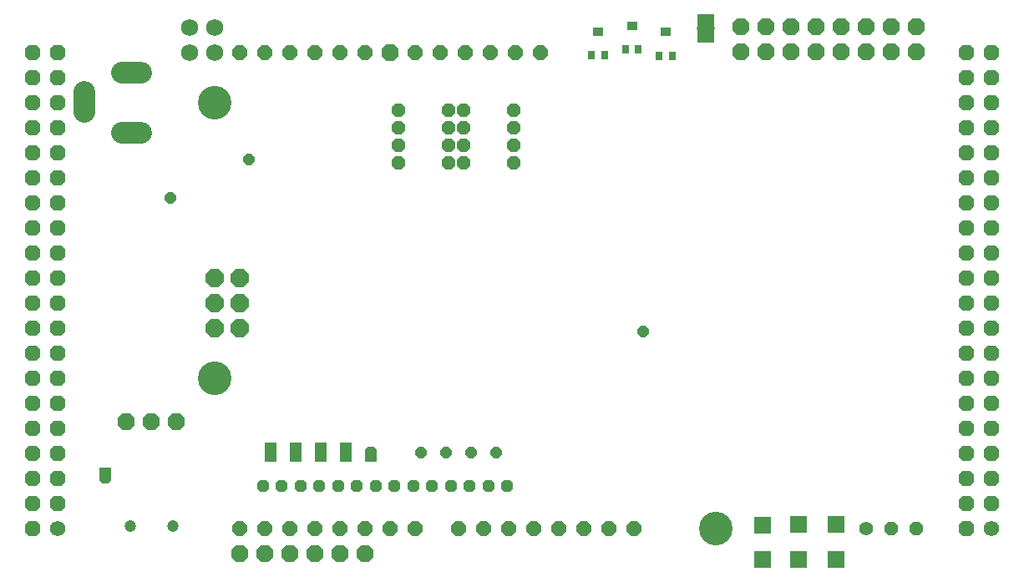
<source format=gts>
G75*
G70*
%OFA0B0*%
%FSLAX24Y24*%
%IPPOS*%
%LPD*%
%AMOC8*
5,1,8,0,0,1.08239X$1,22.5*
%
%ADD10OC8,0.0580*%
%ADD11C,0.1340*%
%ADD12C,0.0620*%
%ADD13OC8,0.0620*%
%ADD14C,0.0867*%
%ADD15R,0.0434X0.0356*%
%ADD16R,0.0316X0.0356*%
%ADD17OC8,0.0680*%
%ADD18OC8,0.0740*%
%ADD19R,0.0671X0.0671*%
%ADD20C,0.0680*%
%ADD21OC8,0.0560*%
%ADD22OC8,0.0434*%
%ADD23C,0.0552*%
%ADD24OC8,0.0552*%
%ADD25R,0.0710X0.0540*%
%ADD26R,0.0720X0.0060*%
%ADD27C,0.0474*%
%ADD28OC8,0.0480*%
%ADD29R,0.0500X0.0300*%
D10*
X009083Y002354D03*
X010083Y002354D03*
X011083Y002354D03*
X012083Y002354D03*
X013083Y002354D03*
X014083Y002354D03*
X015083Y002354D03*
X016083Y002354D03*
X017833Y002354D03*
X018833Y002354D03*
X019833Y002354D03*
X020833Y002354D03*
X021833Y002354D03*
X022833Y002354D03*
X023833Y002354D03*
X024833Y002354D03*
X021083Y021354D03*
X020083Y021354D03*
X019083Y021354D03*
X018083Y021354D03*
X017083Y021354D03*
X016083Y021354D03*
X014083Y021354D03*
X013083Y021354D03*
X012083Y021354D03*
X011083Y021354D03*
X010083Y021354D03*
X009083Y021354D03*
D11*
X008083Y019354D03*
X008083Y008354D03*
X028083Y002354D03*
D12*
X039083Y002354D03*
X001833Y002354D03*
D13*
X000833Y002354D03*
X000833Y003354D03*
X001833Y003354D03*
X001833Y004354D03*
X000833Y004354D03*
X000833Y005354D03*
X001833Y005354D03*
X001833Y006354D03*
X000833Y006354D03*
X000833Y007354D03*
X001833Y007354D03*
X001833Y008354D03*
X000833Y008354D03*
X000833Y009354D03*
X001833Y009354D03*
X001833Y010354D03*
X000833Y010354D03*
X000833Y011354D03*
X001833Y011354D03*
X001833Y012354D03*
X000833Y012354D03*
X000833Y013354D03*
X001833Y013354D03*
X001833Y014354D03*
X000833Y014354D03*
X000833Y015354D03*
X001833Y015354D03*
X001833Y016354D03*
X000833Y016354D03*
X000833Y017354D03*
X001833Y017354D03*
X001833Y018354D03*
X000833Y018354D03*
X000833Y019354D03*
X001833Y019354D03*
X001833Y020354D03*
X000833Y020354D03*
X000833Y021354D03*
X001833Y021354D03*
X038083Y021354D03*
X039083Y021354D03*
X039083Y020354D03*
X038083Y020354D03*
X038083Y019354D03*
X039083Y019354D03*
X039083Y018354D03*
X038083Y018354D03*
X038083Y017354D03*
X039083Y017354D03*
X039083Y016354D03*
X038083Y016354D03*
X038083Y015354D03*
X039083Y015354D03*
X039083Y014354D03*
X038083Y014354D03*
X038083Y013354D03*
X039083Y013354D03*
X039083Y012354D03*
X038083Y012354D03*
X038083Y011354D03*
X039083Y011354D03*
X039083Y010354D03*
X038083Y010354D03*
X038083Y009354D03*
X039083Y009354D03*
X039083Y008354D03*
X038083Y008354D03*
X038083Y007354D03*
X039083Y007354D03*
X039083Y006354D03*
X038083Y006354D03*
X038083Y005354D03*
X039083Y005354D03*
X039083Y004354D03*
X038083Y004354D03*
X038083Y003354D03*
X039083Y003354D03*
X038083Y002354D03*
D14*
X005166Y018143D02*
X004379Y018143D01*
X002883Y018970D02*
X002883Y019757D01*
X004379Y020545D02*
X005166Y020545D01*
D15*
X023393Y022186D03*
X024743Y022416D03*
X026093Y022166D03*
D16*
X024999Y021471D03*
X024487Y021471D03*
X023649Y021241D03*
X023137Y021241D03*
X025837Y021221D03*
X026349Y021221D03*
D17*
X029093Y021364D03*
X030093Y021364D03*
X031093Y021364D03*
X032093Y021364D03*
X033093Y021364D03*
X034093Y021364D03*
X035093Y021364D03*
X036093Y021364D03*
X036093Y022364D03*
X035093Y022364D03*
X034093Y022364D03*
X033093Y022364D03*
X032093Y022364D03*
X031093Y022364D03*
X030093Y022364D03*
X029093Y022364D03*
X015083Y021354D03*
X006543Y006604D03*
X005543Y006604D03*
X004543Y006604D03*
X009083Y001354D03*
X010083Y001354D03*
X011083Y001354D03*
X012083Y001354D03*
X013083Y001354D03*
X014083Y001354D03*
D18*
X009086Y010338D03*
X008086Y010338D03*
X008086Y011338D03*
X009086Y011338D03*
X009086Y012338D03*
X008086Y012338D03*
D19*
X029973Y002473D03*
X031383Y002493D03*
X032883Y002493D03*
X032883Y001115D03*
X031383Y001115D03*
X029973Y001095D03*
D20*
X008083Y021354D03*
X007083Y021354D03*
X007083Y022354D03*
X008083Y022354D03*
D21*
X015433Y019054D03*
X015433Y018354D03*
X015433Y017654D03*
X015433Y016954D03*
X017433Y016954D03*
X018033Y016954D03*
X018033Y017654D03*
X017433Y017654D03*
X017433Y018354D03*
X018033Y018354D03*
X018033Y019054D03*
X017433Y019054D03*
X020033Y019054D03*
X020033Y018354D03*
X020033Y017654D03*
X020033Y016954D03*
D22*
X009453Y017064D03*
X006323Y015534D03*
X016333Y005384D03*
X017333Y005384D03*
X018333Y005384D03*
X019333Y005384D03*
X025183Y010194D03*
D23*
X034083Y002354D03*
D24*
X035083Y002354D03*
X036083Y002354D03*
D25*
X027683Y022014D03*
X027683Y022614D03*
D26*
X027683Y022314D03*
D27*
X006419Y002437D03*
X004726Y002437D03*
D28*
X003713Y004384D03*
X010013Y004034D03*
X010763Y004034D03*
X011513Y004034D03*
X012263Y004034D03*
X013013Y004034D03*
X013763Y004034D03*
X014513Y004034D03*
X015263Y004034D03*
X016013Y004034D03*
X016763Y004034D03*
X017513Y004034D03*
X018263Y004034D03*
X019013Y004034D03*
X019763Y004034D03*
X014333Y005384D03*
X013333Y005384D03*
X012333Y005384D03*
X011333Y005384D03*
X010333Y005384D03*
D29*
X010333Y005634D03*
X010333Y005134D03*
X011333Y005134D03*
X011333Y005634D03*
X012333Y005634D03*
X012333Y005134D03*
X013333Y005134D03*
X013333Y005634D03*
X014333Y005134D03*
X003713Y004634D03*
M02*

</source>
